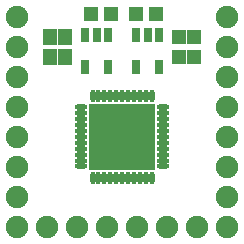
<source format=gbs>
G04 DipTrace 2.4.0.2*
%INcleduino_V1_finial_BottomMask.gbr*%
%MOIN*%
%ADD43R,0.0316X0.0513*%
%ADD45R,0.2245X0.2245*%
%ADD47O,0.0415X0.0198*%
%ADD49O,0.0198X0.0415*%
%ADD53C,0.0749*%
%ADD57R,0.0474X0.0513*%
%ADD59R,0.0513X0.0474*%
%FSLAX44Y44*%
G04*
G70*
G90*
G75*
G01*
%LNBotMask*%
%LPD*%
D59*
X7775Y11741D3*
X7105D3*
X9275D3*
X8605D3*
D57*
X10540Y10306D3*
Y10975D3*
D53*
X10640Y4641D3*
X9640D3*
X8640D3*
X7640D3*
X6640D3*
X5640D3*
X11640Y11641D3*
Y10641D3*
Y9641D3*
Y8641D3*
Y7641D3*
Y6641D3*
Y5641D3*
Y4641D3*
X4640Y4640D3*
Y5640D3*
Y6640D3*
Y7640D3*
Y8640D3*
Y9640D3*
Y10640D3*
Y11640D3*
D57*
X10040Y10305D3*
Y10975D3*
G36*
X5503Y10562D2*
X5977D1*
Y10049D1*
X5503D1*
Y10562D1*
G37*
G36*
Y11231D2*
X5977D1*
Y10718D1*
X5503D1*
Y11231D1*
G37*
G36*
X6477Y10049D2*
X6003D1*
Y10562D1*
X6477D1*
Y10049D1*
G37*
G36*
Y10718D2*
X6003D1*
Y11231D1*
X6477D1*
Y10718D1*
G37*
D49*
X9124Y6262D3*
X8927D3*
X8731D3*
X8534D3*
X8337D3*
X8140D3*
X7943D3*
X7746D3*
X7549D3*
X7353D3*
X7156D3*
D47*
X6762Y6656D3*
Y6853D3*
Y7049D3*
Y7246D3*
Y7443D3*
Y7640D3*
Y7837D3*
Y8034D3*
Y8231D3*
Y8427D3*
Y8624D3*
D49*
X7156Y9018D3*
X7353D3*
X7549D3*
X7746D3*
X7943D3*
X8140D3*
X8337D3*
X8534D3*
X8731D3*
X8927D3*
X9124D3*
D47*
X9518Y8624D3*
Y8427D3*
Y8231D3*
Y8034D3*
Y7837D3*
Y7640D3*
Y7443D3*
Y7246D3*
Y7049D3*
Y6853D3*
Y6656D3*
D45*
X8140Y7640D3*
D43*
X6916Y11022D3*
X7290D3*
X7664D3*
Y9959D3*
X6916D3*
X8616Y11022D3*
X8990D3*
X9364D3*
Y9959D3*
X8616D3*
M02*

</source>
